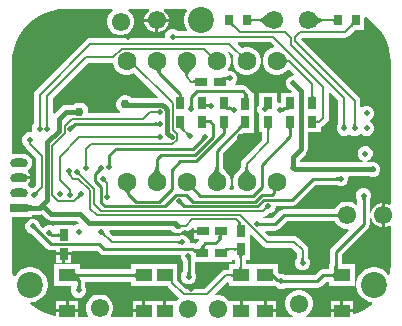
<source format=gtl>
G04*
G04 #@! TF.GenerationSoftware,Altium Limited,Altium Designer,23.10.1 (27)*
G04*
G04 Layer_Physical_Order=1*
G04 Layer_Color=255*
%FSLAX25Y25*%
%MOIN*%
G70*
G04*
G04 #@! TF.SameCoordinates,05B082E4-6B6C-4FD1-8055-B93BD63D6B00*
G04*
G04*
G04 #@! TF.FilePolarity,Positive*
G04*
G01*
G75*
%ADD10C,0.01000*%
%ADD16R,0.05512X0.04331*%
%ADD17R,0.04000X0.03000*%
%ADD18R,0.02756X0.03347*%
%ADD19R,0.03000X0.04000*%
%ADD29C,0.01500*%
%ADD30C,0.00800*%
%ADD31C,0.06299*%
%ADD32C,0.06102*%
%ADD33O,0.06000X0.03000*%
%ADD34R,0.06000X0.03000*%
%ADD35C,0.08661*%
%ADD36C,0.02000*%
%ADD37C,0.03000*%
G36*
X60104Y-2285D02*
X59794Y-2750D01*
X59354Y-3811D01*
X59130Y-4938D01*
Y-6086D01*
X59354Y-7213D01*
X59794Y-8274D01*
X60026Y-8622D01*
X59790Y-9063D01*
X56998D01*
X56816Y-8881D01*
X55897Y-8500D01*
X54903D01*
X53984Y-8881D01*
X53281Y-9584D01*
X52900Y-10503D01*
Y-11463D01*
X27900D01*
X27159Y-11610D01*
X26530Y-12030D01*
X9614Y-28946D01*
X9194Y-29575D01*
X9047Y-30316D01*
Y-40086D01*
X8865Y-40268D01*
X8484Y-41187D01*
Y-42181D01*
X8632Y-42539D01*
X8249Y-42922D01*
X8197Y-42900D01*
X7203D01*
X6284Y-43281D01*
X5581Y-43984D01*
X5200Y-44903D01*
Y-45897D01*
X5581Y-46816D01*
X5943Y-47178D01*
X6016Y-47547D01*
X6436Y-48175D01*
X9963Y-51702D01*
Y-60398D01*
X9060Y-61300D01*
X8803D01*
X8154Y-61569D01*
X8121Y-61487D01*
X7640Y-60860D01*
X7165Y-60496D01*
X7114Y-59928D01*
X7302Y-59802D01*
X7855Y-58975D01*
X7949Y-58500D01*
X4000D01*
Y-57500D01*
X7949D01*
X7855Y-57025D01*
X7302Y-56198D01*
X7114Y-56072D01*
X7165Y-55504D01*
X7640Y-55140D01*
X8121Y-54513D01*
X8423Y-53783D01*
X8526Y-53000D01*
X8423Y-52217D01*
X8121Y-51487D01*
X7640Y-50860D01*
X7013Y-50380D01*
X6283Y-50077D01*
X5500Y-49974D01*
X2500D01*
X2124Y-50024D01*
X1748Y-49694D01*
Y-19340D01*
X1879Y-17346D01*
X2336Y-15047D01*
X3090Y-12827D01*
X4127Y-10724D01*
X5429Y-8775D01*
X6975Y-7012D01*
X8738Y-5466D01*
X10687Y-4164D01*
X12790Y-3127D01*
X15010Y-2373D01*
X17309Y-1916D01*
X19303Y-1785D01*
X35232D01*
X35362Y-2268D01*
X35206Y-2358D01*
X34358Y-3206D01*
X33759Y-4243D01*
X33449Y-5401D01*
Y-6599D01*
X33759Y-7757D01*
X34358Y-8794D01*
X35206Y-9642D01*
X36243Y-10241D01*
X37401Y-10551D01*
X38599D01*
X39757Y-10241D01*
X40795Y-9642D01*
X41642Y-8794D01*
X42241Y-7757D01*
X42551Y-6599D01*
Y-5401D01*
X42241Y-4243D01*
X41642Y-3206D01*
X40795Y-2358D01*
X40638Y-2268D01*
X40768Y-1785D01*
X47386D01*
X47472Y-2108D01*
X47486Y-2285D01*
X46758Y-3012D01*
X46225Y-3936D01*
X45949Y-4967D01*
Y-5000D01*
X50000D01*
X54051D01*
Y-4967D01*
X53775Y-3936D01*
X53242Y-3012D01*
X52514Y-2285D01*
X52528Y-2108D01*
X52614Y-1785D01*
X59837D01*
X60104Y-2285D01*
D02*
G37*
G36*
X109146Y-6300D02*
X109138Y-6224D01*
X109114Y-6156D01*
X109073Y-6096D01*
X109016Y-6044D01*
X108943Y-6000D01*
X108854Y-5964D01*
X108748Y-5936D01*
X108626Y-5916D01*
X108488Y-5904D01*
X108334Y-5900D01*
Y-5100D01*
X108488Y-5096D01*
X108626Y-5084D01*
X108748Y-5064D01*
X108854Y-5036D01*
X108943Y-5000D01*
X109016Y-4956D01*
X109073Y-4904D01*
X109114Y-4844D01*
X109138Y-4776D01*
X109146Y-4700D01*
Y-6300D01*
D02*
G37*
G36*
X81362Y-4776D02*
X81386Y-4844D01*
X81427Y-4904D01*
X81484Y-4956D01*
X81557Y-5000D01*
X81646Y-5036D01*
X81752Y-5064D01*
X81874Y-5084D01*
X82012Y-5096D01*
X82166Y-5100D01*
Y-5900D01*
X82012Y-5904D01*
X81874Y-5916D01*
X81752Y-5936D01*
X81646Y-5964D01*
X81557Y-6000D01*
X81484Y-6044D01*
X81427Y-6096D01*
X81386Y-6156D01*
X81362Y-6224D01*
X81354Y-6300D01*
Y-4700D01*
X81362Y-4776D01*
D02*
G37*
G36*
X116171Y-7161D02*
X116109Y-7116D01*
X116035Y-7093D01*
X115950D01*
X115854Y-7116D01*
X115747Y-7161D01*
X115628Y-7229D01*
X115498Y-7320D01*
X115356Y-7433D01*
X115040Y-7727D01*
X114474Y-7161D01*
X114632Y-6997D01*
X114881Y-6703D01*
X114972Y-6573D01*
X115040Y-6454D01*
X115085Y-6347D01*
X115107Y-6250D01*
Y-6166D01*
X115085Y-6092D01*
X115040Y-6030D01*
X116171Y-7161D01*
D02*
G37*
G36*
X103012Y-3694D02*
X103924Y-4475D01*
X104199Y-4666D01*
X104459Y-4822D01*
X104705Y-4944D01*
X104936Y-5031D01*
X105153Y-5083D01*
X105356Y-5100D01*
Y-5900D01*
X105153Y-5917D01*
X104936Y-5969D01*
X104705Y-6056D01*
X104459Y-6178D01*
X104199Y-6334D01*
X103924Y-6525D01*
X103635Y-6751D01*
X103012Y-7306D01*
X102679Y-7636D01*
Y-3364D01*
X103012Y-3694D01*
D02*
G37*
G36*
X86821Y-7636D02*
X86488Y-7306D01*
X85576Y-6525D01*
X85301Y-6334D01*
X85041Y-6178D01*
X84795Y-6056D01*
X84563Y-5969D01*
X84347Y-5917D01*
X84144Y-5900D01*
Y-5100D01*
X84347Y-5083D01*
X84563Y-5031D01*
X84795Y-4944D01*
X85041Y-4822D01*
X85301Y-4666D01*
X85576Y-4475D01*
X85865Y-4250D01*
X86488Y-3694D01*
X86821Y-3364D01*
Y-7636D01*
D02*
G37*
G36*
X75404Y-6091D02*
X75383Y-6164D01*
X75384Y-6248D01*
X75408Y-6344D01*
X75454Y-6451D01*
X75524Y-6570D01*
X75615Y-6701D01*
X75730Y-6842D01*
X76026Y-7161D01*
X75460Y-7727D01*
X75295Y-7567D01*
X75000Y-7316D01*
X74869Y-7224D01*
X74750Y-7155D01*
X74643Y-7109D01*
X74547Y-7085D01*
X74463Y-7084D01*
X74390Y-7105D01*
X74329Y-7149D01*
X75448Y-6030D01*
X75404Y-6091D01*
D02*
G37*
G36*
X93006Y-18126D02*
X93079Y-18248D01*
X93164Y-18355D01*
X93261Y-18448D01*
X93371Y-18527D01*
X93493Y-18591D01*
X93628Y-18641D01*
X93774Y-18677D01*
X93934Y-18698D01*
X94105Y-18705D01*
Y-19505D01*
X93934Y-19512D01*
X93774Y-19534D01*
X93628Y-19570D01*
X93493Y-19620D01*
X93371Y-19684D01*
X93261Y-19763D01*
X93164Y-19856D01*
X93079Y-19963D01*
X93006Y-20085D01*
X92946Y-20221D01*
Y-17990D01*
X93006Y-18126D01*
D02*
G37*
G36*
X51509Y-21881D02*
X51442Y-21948D01*
X51383Y-22029D01*
X51332Y-22124D01*
X51289Y-22233D01*
X51253Y-22356D01*
X51226Y-22494D01*
X51206Y-22645D01*
X51195Y-22811D01*
X51191Y-22991D01*
X50191D01*
X50186Y-22856D01*
X50172Y-22734D01*
X50150Y-22626D01*
X50118Y-22531D01*
X50077Y-22450D01*
X50026Y-22382D01*
X49967Y-22327D01*
X49898Y-22286D01*
X49821Y-22258D01*
X49734Y-22244D01*
X51583Y-21828D01*
X51509Y-21881D01*
D02*
G37*
G36*
X89160Y-13999D02*
X89011Y-14557D01*
X88205Y-14773D01*
X87145Y-15385D01*
X86279Y-16251D01*
X85667Y-17311D01*
X85350Y-18494D01*
Y-19718D01*
X85667Y-20900D01*
X86279Y-21961D01*
X87145Y-22826D01*
X88205Y-23438D01*
X89388Y-23755D01*
X90612D01*
X91795Y-23438D01*
X92855Y-22826D01*
X93721Y-21961D01*
X94163Y-21902D01*
X95760Y-23500D01*
X95553Y-24000D01*
X95003D01*
X94084Y-24381D01*
X93381Y-25084D01*
X93000Y-26003D01*
Y-26997D01*
X93381Y-27916D01*
X94084Y-28619D01*
X94581Y-28825D01*
X94995Y-29240D01*
X94804Y-29702D01*
X91567D01*
Y-33013D01*
X91437Y-33100D01*
X90703D01*
X90649Y-33122D01*
X90233Y-32844D01*
Y-29702D01*
X84233D01*
Y-33478D01*
X84127Y-33637D01*
X83981Y-33784D01*
X83901Y-33975D01*
X83849Y-34053D01*
X83831Y-34145D01*
X83600Y-34703D01*
Y-35697D01*
X83981Y-36616D01*
X84233Y-36869D01*
Y-42898D01*
X85296D01*
Y-45364D01*
X78630Y-52030D01*
X78210Y-52659D01*
X78063Y-53400D01*
Y-54465D01*
X78035Y-54539D01*
X77970Y-54668D01*
X77866Y-54841D01*
X77740Y-55021D01*
X77013Y-55867D01*
X76709Y-56174D01*
X76629Y-56296D01*
X76279Y-56645D01*
X75667Y-57705D01*
X75350Y-58888D01*
Y-60112D01*
X75667Y-61294D01*
X75802Y-61528D01*
X75552Y-61961D01*
X74448D01*
X74198Y-61528D01*
X74333Y-61294D01*
X74650Y-60112D01*
Y-58888D01*
X74333Y-57705D01*
X73721Y-56645D01*
X73372Y-56297D01*
X73293Y-56177D01*
X73001Y-55880D01*
X72521Y-55334D01*
X72360Y-55122D01*
X72228Y-54923D01*
X72133Y-54757D01*
X72073Y-54627D01*
X72043Y-54540D01*
X72039Y-54524D01*
Y-49845D01*
X78885Y-42998D01*
X82600D01*
Y-36802D01*
Y-29802D01*
X81730D01*
X81671Y-29507D01*
X81229Y-28845D01*
X80142Y-27758D01*
X79480Y-27316D01*
X78700Y-27161D01*
X76382D01*
X76175Y-26661D01*
X76519Y-26316D01*
X76900Y-25397D01*
Y-24403D01*
X76519Y-23484D01*
X75816Y-22781D01*
X74897Y-22400D01*
X73988D01*
X73811Y-22149D01*
X73734Y-21938D01*
X74333Y-20900D01*
X74650Y-19718D01*
Y-18494D01*
X74333Y-17311D01*
X73721Y-16251D01*
X74090Y-15935D01*
X75625Y-17470D01*
X75350Y-18494D01*
Y-19718D01*
X75667Y-20900D01*
X76279Y-21961D01*
X77145Y-22826D01*
X78205Y-23438D01*
X79388Y-23755D01*
X80612D01*
X81795Y-23438D01*
X82855Y-22826D01*
X83721Y-21961D01*
X84333Y-20900D01*
X84650Y-19718D01*
Y-18494D01*
X84333Y-17311D01*
X83721Y-16251D01*
X82855Y-15385D01*
X81795Y-14773D01*
X80612Y-14456D01*
X79388D01*
X78364Y-14730D01*
X77033Y-13399D01*
X77225Y-12937D01*
X88098D01*
X89160Y-13999D01*
D02*
G37*
G36*
X61862Y-21701D02*
X61050Y-22646D01*
X60851Y-22930D01*
X60689Y-23199D01*
X60562Y-23452D01*
X60472Y-23690D01*
X60418Y-23912D01*
X60400Y-24119D01*
X59600D01*
X59582Y-23912D01*
X59528Y-23690D01*
X59438Y-23452D01*
X59311Y-23199D01*
X59149Y-22930D01*
X58950Y-22646D01*
X58716Y-22346D01*
X58138Y-21701D01*
X57795Y-21355D01*
X62205D01*
X61862Y-21701D01*
D02*
G37*
G36*
X73686Y-24501D02*
X73886Y-24500D01*
Y-25300D01*
X73733Y-25304D01*
X73686Y-25308D01*
Y-25600D01*
X73625Y-25543D01*
X73560Y-25492D01*
X73490Y-25447D01*
X73416Y-25408D01*
X73340Y-25376D01*
X73279Y-25400D01*
X73206Y-25444D01*
X73149Y-25496D01*
X73108Y-25556D01*
X73083Y-25624D01*
X73074Y-25700D01*
X73078Y-25312D01*
X73078Y-25312D01*
X72983Y-25303D01*
X72883Y-25300D01*
Y-24500D01*
X72983Y-24497D01*
X73078Y-24488D01*
X73169Y-24473D01*
X73256Y-24452D01*
X73338Y-24425D01*
X73416Y-24392D01*
X73490Y-24353D01*
X73560Y-24308D01*
X73625Y-24257D01*
X73686Y-24200D01*
Y-24501D01*
D02*
G37*
G36*
X62926Y-26800D02*
X62917Y-26724D01*
X62893Y-26656D01*
X62853Y-26596D01*
X62796Y-26544D01*
X62723Y-26500D01*
X62633Y-26464D01*
X62528Y-26436D01*
X62406Y-26416D01*
X62268Y-26404D01*
X62114Y-26400D01*
Y-25600D01*
X62268Y-25596D01*
X62406Y-25584D01*
X62528Y-25564D01*
X62633Y-25536D01*
X62723Y-25500D01*
X62796Y-25456D01*
X62853Y-25404D01*
X62893Y-25344D01*
X62917Y-25276D01*
X62926Y-25200D01*
Y-26800D01*
D02*
G37*
G36*
X102304Y-30568D02*
X102316Y-30706D01*
X102336Y-30828D01*
X102364Y-30933D01*
X102400Y-31023D01*
X102444Y-31096D01*
X102496Y-31152D01*
X102556Y-31193D01*
X102624Y-31218D01*
X102700Y-31226D01*
X101100D01*
X101176Y-31218D01*
X101244Y-31193D01*
X101304Y-31152D01*
X101356Y-31096D01*
X101400Y-31023D01*
X101436Y-30933D01*
X101464Y-30828D01*
X101484Y-30706D01*
X101496Y-30568D01*
X101500Y-30414D01*
X102300D01*
X102304Y-30568D01*
D02*
G37*
G36*
X58405Y-30406D02*
X58420Y-30578D01*
X58445Y-30730D01*
X58480Y-30861D01*
X58525Y-30973D01*
X58580Y-31064D01*
X58645Y-31135D01*
X58720Y-31185D01*
X58805Y-31215D01*
X58900Y-31226D01*
X56900D01*
X56995Y-31215D01*
X57080Y-31185D01*
X57155Y-31135D01*
X57220Y-31064D01*
X57275Y-30973D01*
X57320Y-30861D01*
X57355Y-30730D01*
X57380Y-30578D01*
X57395Y-30406D01*
X57400Y-30214D01*
X58400D01*
X58405Y-30406D01*
D02*
G37*
G36*
X80292Y-30506D02*
X80307Y-30678D01*
X80332Y-30830D01*
X80367Y-30961D01*
X80412Y-31073D01*
X80467Y-31164D01*
X80532Y-31234D01*
X80607Y-31285D01*
X80692Y-31315D01*
X80787Y-31326D01*
X78787D01*
X78882Y-31315D01*
X78967Y-31285D01*
X79042Y-31234D01*
X79107Y-31164D01*
X79162Y-31073D01*
X79207Y-30961D01*
X79242Y-30830D01*
X79267Y-30678D01*
X79282Y-30506D01*
X79287Y-30314D01*
X80287D01*
X80292Y-30506D01*
D02*
G37*
G36*
X35667Y-20900D02*
X36279Y-21961D01*
X37145Y-22826D01*
X38205Y-23438D01*
X39388Y-23755D01*
X40612D01*
X41795Y-23438D01*
X42495Y-23034D01*
X50454Y-30994D01*
X50263Y-31456D01*
X41699D01*
X41342Y-31099D01*
X40658Y-30704D01*
X39895Y-30500D01*
X39105D01*
X38342Y-30704D01*
X37658Y-31099D01*
X37099Y-31658D01*
X36704Y-32342D01*
X36500Y-33105D01*
Y-33895D01*
X36704Y-34658D01*
X37099Y-35342D01*
X37658Y-35901D01*
X37881Y-36029D01*
X37747Y-36529D01*
X27356D01*
X27253Y-36395D01*
Y-35605D01*
X27049Y-34842D01*
X26654Y-34158D01*
X26095Y-33599D01*
X25411Y-33204D01*
X24648Y-33000D01*
X23858D01*
X23095Y-33204D01*
X22411Y-33599D01*
X22304Y-33706D01*
X19900D01*
X19022Y-33880D01*
X18278Y-34378D01*
X15980Y-36676D01*
X15480Y-36468D01*
Y-31421D01*
X27159Y-19743D01*
X35357D01*
X35667Y-20900D01*
D02*
G37*
G36*
X62002Y-33791D02*
X62020Y-33983D01*
X62036Y-34068D01*
X62056Y-34145D01*
X62081Y-34215D01*
X62110Y-34277D01*
X62144Y-34332D01*
X62182Y-34380D01*
X62225Y-34419D01*
X60832Y-34559D01*
X60864Y-34516D01*
X60892Y-34465D01*
X60918Y-34407D01*
X60940Y-34341D01*
X60958Y-34269D01*
X60973Y-34189D01*
X60985Y-34103D01*
X60998Y-33908D01*
X61000Y-33800D01*
X62000Y-33683D01*
X62002Y-33791D01*
D02*
G37*
G36*
X66731Y-32997D02*
X66761Y-33082D01*
X66811Y-33157D01*
X66881Y-33222D01*
X66971Y-33277D01*
X67081Y-33322D01*
X67211Y-33357D01*
X67361Y-33382D01*
X67418Y-33387D01*
X67637Y-33372D01*
X67697Y-33361D01*
X67749Y-33349D01*
X67792Y-33334D01*
X67827Y-33319D01*
X67721Y-33658D01*
Y-34402D01*
X67531Y-34407D01*
X67486Y-34411D01*
X67409Y-34655D01*
X67379Y-34607D01*
X67340Y-34564D01*
X67293Y-34526D01*
X67237Y-34493D01*
X67172Y-34465D01*
X67159Y-34461D01*
X67081Y-34482D01*
X66971Y-34527D01*
X66881Y-34582D01*
X66811Y-34647D01*
X66761Y-34722D01*
X66731Y-34807D01*
X66721Y-34902D01*
Y-34402D01*
X66720Y-34402D01*
X66721Y-34400D01*
Y-32902D01*
X66731Y-32997D01*
D02*
G37*
G36*
X92581Y-35468D02*
X92128Y-35973D01*
X91592Y-34680D01*
X91644Y-34697D01*
X91699Y-34703D01*
X91757Y-34699D01*
X91818Y-34686D01*
X91882Y-34662D01*
X91948Y-34628D01*
X92018Y-34584D01*
X92090Y-34529D01*
X92165Y-34465D01*
X92243Y-34391D01*
X92581Y-35468D01*
D02*
G37*
G36*
X74060Y-34140D02*
X74078Y-34153D01*
X74107Y-34164D01*
X74147Y-34174D01*
X74199Y-34183D01*
X74262Y-34189D01*
X74521Y-34201D01*
X74631Y-34202D01*
Y-35202D01*
X74055Y-35190D01*
Y-34125D01*
X74060Y-34140D01*
D02*
G37*
G36*
X66731Y-38402D02*
X66758Y-38475D01*
X66805Y-38539D01*
X66869Y-38594D01*
X66953Y-38641D01*
X67055Y-38679D01*
X67175Y-38709D01*
X67314Y-38730D01*
X67472Y-38743D01*
X67647Y-38748D01*
Y-39748D01*
X67472Y-39752D01*
X67314Y-39765D01*
X67175Y-39786D01*
X67055Y-39816D01*
X66953Y-39854D01*
X66869Y-39901D01*
X66805Y-39956D01*
X66758Y-40020D01*
X66731Y-40093D01*
X66721Y-40174D01*
Y-38321D01*
X66731Y-38402D01*
D02*
G37*
G36*
X103384Y-38674D02*
X103409Y-38742D01*
X103449Y-38802D01*
X103506Y-38854D01*
X103579Y-38898D01*
X103668Y-38934D01*
X103774Y-38962D01*
X103896Y-38982D01*
X104034Y-38994D01*
X104188Y-38998D01*
Y-39798D01*
X104034Y-39802D01*
X103896Y-39814D01*
X103774Y-39834D01*
X103668Y-39862D01*
X103579Y-39898D01*
X103506Y-39942D01*
X103449Y-39994D01*
X103409Y-40054D01*
X103384Y-40122D01*
X103376Y-40198D01*
Y-38598D01*
X103384Y-38674D01*
D02*
G37*
G36*
X50286Y-40700D02*
X50243Y-40662D01*
X50193Y-40628D01*
X50136Y-40598D01*
X50072Y-40572D01*
X50000Y-40550D01*
X49921Y-40532D01*
X49835Y-40518D01*
X49742Y-40508D01*
X49534Y-40500D01*
Y-39500D01*
X49642Y-39498D01*
X49835Y-39482D01*
X49921Y-39468D01*
X50000Y-39450D01*
X50072Y-39428D01*
X50136Y-39402D01*
X50193Y-39372D01*
X50243Y-39338D01*
X50286Y-39300D01*
Y-40700D01*
D02*
G37*
G36*
X116403Y-40083D02*
X116412Y-40178D01*
X116427Y-40269D01*
X116448Y-40356D01*
X116475Y-40438D01*
X116508Y-40516D01*
X116547Y-40590D01*
X116592Y-40660D01*
X116643Y-40725D01*
X116700Y-40786D01*
X115300D01*
X115357Y-40725D01*
X115408Y-40660D01*
X115453Y-40590D01*
X115492Y-40516D01*
X115525Y-40438D01*
X115552Y-40356D01*
X115573Y-40269D01*
X115588Y-40178D01*
X115597Y-40083D01*
X115600Y-39983D01*
X116400D01*
X116403Y-40083D01*
D02*
G37*
G36*
X112903D02*
X112912Y-40178D01*
X112927Y-40269D01*
X112948Y-40356D01*
X112975Y-40438D01*
X113008Y-40516D01*
X113047Y-40590D01*
X113092Y-40660D01*
X113143Y-40725D01*
X113200Y-40786D01*
X111800D01*
X111857Y-40725D01*
X111908Y-40660D01*
X111953Y-40590D01*
X111992Y-40516D01*
X112025Y-40438D01*
X112052Y-40356D01*
X112073Y-40269D01*
X112088Y-40178D01*
X112097Y-40083D01*
X112100Y-39983D01*
X112900D01*
X112903Y-40083D01*
D02*
G37*
G36*
X22610Y-41037D02*
X22535Y-41114D01*
X22410Y-41263D01*
X22359Y-41333D01*
X22316Y-41402D01*
X22281Y-41468D01*
X22254Y-41532D01*
X22235Y-41594D01*
X22223Y-41653D01*
X22220Y-41710D01*
X21230Y-40720D01*
X21287Y-40717D01*
X21347Y-40705D01*
X21408Y-40686D01*
X21472Y-40659D01*
X21538Y-40624D01*
X21607Y-40581D01*
X21677Y-40530D01*
X21750Y-40471D01*
X21903Y-40330D01*
X22610Y-41037D01*
D02*
G37*
G36*
X87957Y-41383D02*
X87889Y-41407D01*
X87829Y-41447D01*
X87777Y-41504D01*
X87733Y-41577D01*
X87697Y-41667D01*
X87669Y-41772D01*
X87649Y-41894D01*
X87637Y-42032D01*
X87633Y-42186D01*
X86833D01*
X86829Y-42032D01*
X86817Y-41894D01*
X86797Y-41772D01*
X86769Y-41667D01*
X86733Y-41577D01*
X86689Y-41504D01*
X86637Y-41447D01*
X86577Y-41407D01*
X86509Y-41383D01*
X86433Y-41374D01*
X88033D01*
X87957Y-41383D01*
D02*
G37*
G36*
X59388Y-41386D02*
X59292Y-41392D01*
X59218Y-41409D01*
X59166Y-41437D01*
X59136Y-41477D01*
X59127Y-41528D01*
X59141Y-41590D01*
X59178Y-41664D01*
X59236Y-41748D01*
X59316Y-41845D01*
X59418Y-41952D01*
X58569Y-42235D01*
X58401Y-42072D01*
X58082Y-41797D01*
X57931Y-41686D01*
X57787Y-41591D01*
X57648Y-41513D01*
X57516Y-41453D01*
X57390Y-41410D01*
X57269Y-41384D01*
X57155Y-41374D01*
X59388Y-41386D01*
D02*
G37*
G36*
X95472Y-41385D02*
X95387Y-41415D01*
X95312Y-41465D01*
X95247Y-41536D01*
X95192Y-41627D01*
X95147Y-41739D01*
X95112Y-41870D01*
X95087Y-42022D01*
X95072Y-42194D01*
X95067Y-42386D01*
X94067D01*
X94062Y-42194D01*
X94047Y-42022D01*
X94022Y-41870D01*
X93987Y-41739D01*
X93942Y-41627D01*
X93887Y-41536D01*
X93822Y-41465D01*
X93747Y-41415D01*
X93662Y-41385D01*
X93567Y-41374D01*
X95567D01*
X95472Y-41385D01*
D02*
G37*
G36*
X73472D02*
X73387Y-41415D01*
X73312Y-41465D01*
X73247Y-41536D01*
X73192Y-41627D01*
X73147Y-41739D01*
X73112Y-41870D01*
X73087Y-42022D01*
X73072Y-42194D01*
X73067Y-42386D01*
X72067D01*
X72062Y-42194D01*
X72047Y-42022D01*
X72022Y-41870D01*
X71987Y-41739D01*
X71942Y-41627D01*
X71887Y-41536D01*
X71822Y-41465D01*
X71747Y-41415D01*
X71662Y-41385D01*
X71567Y-41374D01*
X73567D01*
X73472Y-41385D01*
D02*
G37*
G36*
X121111Y-5466D02*
X122874Y-7012D01*
X124420Y-8775D01*
X125722Y-10724D01*
X126759Y-12827D01*
X127513Y-15047D01*
X127970Y-17346D01*
X128105Y-19402D01*
X128101Y-19422D01*
Y-66746D01*
X127601Y-67035D01*
X127064Y-66725D01*
X126033Y-66449D01*
X126000D01*
Y-70500D01*
Y-74551D01*
X126033D01*
X127064Y-74275D01*
X127601Y-73965D01*
X128101Y-74254D01*
Y-86961D01*
X127970Y-88954D01*
X127710Y-90260D01*
X127220Y-90358D01*
X126970Y-89984D01*
X126158Y-89172D01*
X125203Y-88534D01*
X124142Y-88094D01*
X123015Y-87870D01*
X121867D01*
X120740Y-88094D01*
X119679Y-88534D01*
X118724Y-89172D01*
X117912Y-89984D01*
X117274Y-90939D01*
X116834Y-92000D01*
X116610Y-93126D01*
Y-94275D01*
X116834Y-95402D01*
X117274Y-96463D01*
X117912Y-97418D01*
X118724Y-98230D01*
X119679Y-98868D01*
X120740Y-99307D01*
X121844Y-99527D01*
X121945Y-99685D01*
X122063Y-99999D01*
X121111Y-100835D01*
X119162Y-102137D01*
X117059Y-103174D01*
X115957Y-103548D01*
X115551Y-103257D01*
Y-102905D01*
X111795D01*
X108039D01*
Y-104516D01*
X99781D01*
X99647Y-104016D01*
X100294Y-103642D01*
X101142Y-102795D01*
X101741Y-101757D01*
X102051Y-100599D01*
Y-99401D01*
X101741Y-98243D01*
X101142Y-97206D01*
X100294Y-96358D01*
X99257Y-95759D01*
X98099Y-95449D01*
X96901D01*
X95743Y-95759D01*
X94705Y-96358D01*
X93858Y-97206D01*
X93259Y-98243D01*
X92949Y-99401D01*
Y-100599D01*
X93259Y-101757D01*
X93858Y-102795D01*
X94705Y-103642D01*
X95353Y-104016D01*
X95219Y-104516D01*
X89961D01*
Y-102905D01*
X86205D01*
Y-102406D01*
X85705D01*
Y-99240D01*
X82449D01*
Y-99240D01*
X82051D01*
Y-99240D01*
X78795D01*
Y-102406D01*
X77795D01*
Y-99240D01*
X74539D01*
X74138Y-99002D01*
X73295Y-98158D01*
X72257Y-97559D01*
X71099Y-97249D01*
X69901D01*
X69864Y-97259D01*
X69614Y-96826D01*
X73539Y-92901D01*
X74039Y-93108D01*
Y-94260D01*
X89724D01*
X90182Y-94718D01*
X91101Y-95098D01*
X92096D01*
X93015Y-94718D01*
X93095Y-94638D01*
X103596D01*
X104377Y-94482D01*
X105038Y-94040D01*
X106445Y-92634D01*
X107539D01*
Y-94260D01*
X116051D01*
Y-86929D01*
X111834D01*
Y-83550D01*
X120442Y-74942D01*
X120884Y-74280D01*
X121039Y-73500D01*
X121039Y-73500D01*
Y-71436D01*
X121539Y-71371D01*
X121725Y-72064D01*
X122258Y-72988D01*
X123012Y-73742D01*
X123936Y-74275D01*
X124967Y-74551D01*
X125000D01*
Y-70500D01*
Y-66449D01*
X124967D01*
X123936Y-66725D01*
X123012Y-67258D01*
X122258Y-68012D01*
X121725Y-68936D01*
X121539Y-69629D01*
X121039Y-69564D01*
Y-65496D01*
X121119Y-65416D01*
X121500Y-64497D01*
Y-63503D01*
X121119Y-62584D01*
X120416Y-61881D01*
X119497Y-61500D01*
X118503D01*
X117584Y-61881D01*
X116881Y-62584D01*
X116500Y-63503D01*
Y-64497D01*
X116881Y-65416D01*
X116961Y-65496D01*
Y-66871D01*
X116499Y-67062D01*
X116295Y-66858D01*
X115257Y-66259D01*
X114099Y-65949D01*
X112901D01*
X111743Y-66259D01*
X110705Y-66858D01*
X109858Y-67706D01*
X109422Y-68461D01*
X92500D01*
X91720Y-68616D01*
X91058Y-69058D01*
X88555Y-71561D01*
X85481D01*
X85404Y-71469D01*
X85516Y-71126D01*
X85626Y-70958D01*
X86309Y-70822D01*
X86938Y-70402D01*
X87540Y-69800D01*
X87797D01*
X88716Y-69419D01*
X89419Y-68716D01*
X89800Y-67797D01*
Y-67339D01*
X95200D01*
X95980Y-67184D01*
X96642Y-66742D01*
X102943Y-60441D01*
X109905D01*
X109985Y-60521D01*
X110904Y-60902D01*
X111899D01*
X112818Y-60521D01*
X113521Y-59818D01*
X113902Y-58899D01*
Y-57904D01*
X114173Y-57498D01*
X121104D01*
X121601Y-57704D01*
X122596D01*
X123515Y-57323D01*
X124218Y-56620D01*
X124598Y-55701D01*
Y-54706D01*
X124218Y-53787D01*
X123515Y-53084D01*
X122596Y-52703D01*
X121601D01*
X121104Y-52909D01*
X120316D01*
X120216Y-52409D01*
X120916Y-52119D01*
X121619Y-51416D01*
X122000Y-50497D01*
Y-49503D01*
X121619Y-48584D01*
X120916Y-47881D01*
X119997Y-47500D01*
X119003D01*
X118084Y-47881D01*
X117381Y-48584D01*
X117000Y-49503D01*
Y-50497D01*
X117381Y-51416D01*
X118084Y-52119D01*
X118784Y-52409D01*
X118684Y-52909D01*
X97694D01*
Y-52050D01*
X99722Y-50022D01*
X100220Y-49278D01*
X100394Y-48400D01*
Y-42898D01*
X104900D01*
Y-41197D01*
X104943Y-41188D01*
X105571Y-40768D01*
X106970Y-39370D01*
X107390Y-38741D01*
X107537Y-38000D01*
Y-29826D01*
X107999Y-29634D01*
X110563Y-32198D01*
Y-39902D01*
X110381Y-40084D01*
X110000Y-41003D01*
Y-41997D01*
X110381Y-42916D01*
X111084Y-43619D01*
X112003Y-44000D01*
X112997D01*
X113916Y-43619D01*
X114250Y-43286D01*
X114584Y-43619D01*
X115503Y-44000D01*
X116497D01*
X117416Y-43619D01*
X118000Y-43036D01*
X118584Y-43619D01*
X119503Y-44000D01*
X120497D01*
X121416Y-43619D01*
X122119Y-42916D01*
X122500Y-41997D01*
Y-41003D01*
X122119Y-40084D01*
X121416Y-39381D01*
X121101Y-39250D01*
Y-38750D01*
X121416Y-38619D01*
X122119Y-37916D01*
X122500Y-36997D01*
Y-36003D01*
X122119Y-35084D01*
X121416Y-34381D01*
X120497Y-34000D01*
X119503D01*
X118584Y-34381D01*
X118399Y-34565D01*
X117937Y-34374D01*
Y-32350D01*
X117790Y-31609D01*
X117370Y-30980D01*
X98245Y-11855D01*
X98711Y-11388D01*
X112750D01*
X113491Y-11241D01*
X114119Y-10821D01*
X116256Y-8685D01*
X116268Y-8673D01*
X119283D01*
Y-4775D01*
X119724Y-4540D01*
X121111Y-5466D01*
D02*
G37*
G36*
X60283Y-42813D02*
X60357Y-42874D01*
X60432Y-42928D01*
X60508Y-42974D01*
X60585Y-43013D01*
X60664Y-43045D01*
X60743Y-43070D01*
X60824Y-43087D01*
X60907Y-43097D01*
X60990Y-43100D01*
X60000Y-44090D01*
X59997Y-44007D01*
X59987Y-43924D01*
X59970Y-43843D01*
X59945Y-43764D01*
X59913Y-43685D01*
X59874Y-43608D01*
X59828Y-43532D01*
X59774Y-43457D01*
X59713Y-43383D01*
X59645Y-43310D01*
X60211Y-42745D01*
X60283Y-42813D01*
D02*
G37*
G36*
X65990Y-45500D02*
X65933Y-45503D01*
X65873Y-45515D01*
X65812Y-45534D01*
X65748Y-45561D01*
X65682Y-45596D01*
X65613Y-45639D01*
X65543Y-45690D01*
X65470Y-45749D01*
X65317Y-45890D01*
X64610Y-45183D01*
X64684Y-45106D01*
X64810Y-44957D01*
X64861Y-44887D01*
X64904Y-44818D01*
X64939Y-44752D01*
X64966Y-44688D01*
X64985Y-44627D01*
X64997Y-44567D01*
X65000Y-44510D01*
X65990Y-45500D01*
D02*
G37*
G36*
X34802Y-53241D02*
X34818Y-53435D01*
X34832Y-53521D01*
X34850Y-53600D01*
X34872Y-53671D01*
X34898Y-53736D01*
X34928Y-53793D01*
X34962Y-53843D01*
X35000Y-53886D01*
X33600D01*
X33638Y-53843D01*
X33672Y-53793D01*
X33702Y-53736D01*
X33728Y-53671D01*
X33750Y-53600D01*
X33768Y-53521D01*
X33782Y-53435D01*
X33792Y-53342D01*
X33800Y-53134D01*
X34800D01*
X34802Y-53241D01*
D02*
G37*
G36*
X80418Y-54693D02*
X80472Y-54915D01*
X80562Y-55153D01*
X80689Y-55406D01*
X80851Y-55675D01*
X81050Y-55959D01*
X81284Y-56259D01*
X81862Y-56905D01*
X82205Y-57251D01*
X77795D01*
X78138Y-56905D01*
X78950Y-55959D01*
X79149Y-55675D01*
X79311Y-55406D01*
X79438Y-55153D01*
X79528Y-54915D01*
X79582Y-54693D01*
X79600Y-54486D01*
X80400D01*
X80418Y-54693D01*
D02*
G37*
G36*
X70517Y-54722D02*
X70568Y-54956D01*
X70653Y-55201D01*
X70773Y-55459D01*
X70926Y-55728D01*
X71114Y-56009D01*
X71335Y-56301D01*
X71881Y-56923D01*
X72205Y-57251D01*
X67795D01*
X68119Y-56923D01*
X68665Y-56301D01*
X68886Y-56009D01*
X69074Y-55728D01*
X69227Y-55459D01*
X69347Y-55201D01*
X69432Y-54956D01*
X69483Y-54722D01*
X69500Y-54501D01*
X70500D01*
X70517Y-54722D01*
D02*
G37*
G36*
X21462Y-56732D02*
X21459Y-56750D01*
X21457Y-56778D01*
X21451Y-56993D01*
X21449Y-57262D01*
X20649D01*
X20649Y-57187D01*
X20633Y-56927D01*
X20627Y-56898D01*
X20620Y-56876D01*
X20612Y-56862D01*
X20604Y-56855D01*
X21465Y-56725D01*
X21462Y-56732D01*
D02*
G37*
G36*
X50564Y-54512D02*
X50581Y-54731D01*
X50631Y-54963D01*
X50716Y-55209D01*
X50834Y-55467D01*
X50986Y-55739D01*
X51171Y-56024D01*
X51390Y-56323D01*
X51930Y-56958D01*
X52250Y-57296D01*
X47842Y-57206D01*
X48169Y-56887D01*
X48720Y-56281D01*
X48944Y-55994D01*
X49134Y-55717D01*
X49288Y-55451D01*
X49409Y-55195D01*
X49495Y-54950D01*
X49547Y-54715D01*
X49564Y-54491D01*
X50564Y-54512D01*
D02*
G37*
G36*
X110687Y-59102D02*
X110645Y-59064D01*
X110595Y-59030D01*
X110537Y-59000D01*
X110473Y-58974D01*
X110401Y-58952D01*
X110323Y-58934D01*
X110237Y-58920D01*
X110143Y-58910D01*
X109935Y-58902D01*
Y-57902D01*
X110043Y-57900D01*
X110237Y-57884D01*
X110323Y-57870D01*
X110401Y-57852D01*
X110473Y-57830D01*
X110537Y-57804D01*
X110595Y-57774D01*
X110645Y-57740D01*
X110687Y-57702D01*
Y-59102D01*
D02*
G37*
G36*
X21546Y-62336D02*
X21564Y-62561D01*
X21575Y-62620D01*
X21588Y-62669D01*
X21603Y-62711D01*
X21622Y-62744D01*
X21642Y-62768D01*
X21665Y-62784D01*
X20645Y-62862D01*
X20664Y-62843D01*
X20681Y-62815D01*
X20696Y-62777D01*
X20709Y-62730D01*
X20719Y-62673D01*
X20729Y-62606D01*
X20740Y-62444D01*
X20744Y-62244D01*
X21544D01*
X21546Y-62336D01*
D02*
G37*
G36*
X41476Y-62295D02*
X41384Y-62378D01*
X41303Y-62475D01*
X41232Y-62586D01*
X41173Y-62710D01*
X41124Y-62848D01*
X41086Y-63000D01*
X41059Y-63165D01*
X41043Y-63345D01*
X41038Y-63538D01*
X40038D01*
X40031Y-63379D01*
X40013Y-63235D01*
X39983Y-63105D01*
X39941Y-62990D01*
X39886Y-62888D01*
X39819Y-62802D01*
X39740Y-62729D01*
X39649Y-62671D01*
X39546Y-62627D01*
X39430Y-62598D01*
X41578Y-62226D01*
X41476Y-62295D01*
D02*
G37*
G36*
X10655Y-63011D02*
X10587Y-63083D01*
X10526Y-63157D01*
X10472Y-63232D01*
X10426Y-63308D01*
X10387Y-63385D01*
X10355Y-63464D01*
X10330Y-63543D01*
X10313Y-63624D01*
X10303Y-63707D01*
X10300Y-63790D01*
X9310Y-62800D01*
X9393Y-62797D01*
X9476Y-62787D01*
X9557Y-62770D01*
X9636Y-62745D01*
X9715Y-62713D01*
X9792Y-62674D01*
X9868Y-62628D01*
X9943Y-62574D01*
X10017Y-62513D01*
X10090Y-62445D01*
X10655Y-63011D01*
D02*
G37*
G36*
X24690Y-64600D02*
X24607Y-64603D01*
X24524Y-64613D01*
X24443Y-64630D01*
X24364Y-64655D01*
X24285Y-64687D01*
X24208Y-64726D01*
X24132Y-64772D01*
X24057Y-64826D01*
X23983Y-64887D01*
X23911Y-64955D01*
X23345Y-64389D01*
X23413Y-64317D01*
X23474Y-64243D01*
X23528Y-64168D01*
X23574Y-64092D01*
X23613Y-64015D01*
X23645Y-63936D01*
X23670Y-63857D01*
X23687Y-63776D01*
X23697Y-63693D01*
X23700Y-63610D01*
X24690Y-64600D01*
D02*
G37*
G36*
X119662Y-64757D02*
X119628Y-64807D01*
X119598Y-64864D01*
X119572Y-64929D01*
X119550Y-65000D01*
X119532Y-65079D01*
X119518Y-65165D01*
X119508Y-65258D01*
X119500Y-65466D01*
X118500D01*
X118498Y-65359D01*
X118482Y-65165D01*
X118468Y-65079D01*
X118450Y-65000D01*
X118428Y-64929D01*
X118402Y-64864D01*
X118372Y-64807D01*
X118338Y-64757D01*
X118300Y-64714D01*
X119700D01*
X119662Y-64757D01*
D02*
G37*
G36*
X7003Y-66652D02*
X7048Y-66778D01*
X7123Y-66888D01*
X7228Y-66984D01*
X7363Y-67066D01*
X7528Y-67132D01*
X7723Y-67184D01*
X7948Y-67220D01*
X8203Y-67243D01*
X8488Y-67250D01*
Y-68750D01*
X8203Y-68757D01*
X7948Y-68779D01*
X7723Y-68816D01*
X7528Y-68868D01*
X7363Y-68935D01*
X7228Y-69016D01*
X7123Y-69112D01*
X7048Y-69222D01*
X7003Y-69348D01*
X6988Y-69488D01*
Y-66512D01*
X7003Y-66652D01*
D02*
G37*
G36*
X13328Y-71772D02*
X14072Y-72269D01*
X14950Y-72444D01*
X23500D01*
X24056Y-73000D01*
X23849Y-73500D01*
X23503D01*
X22584Y-73881D01*
X22462Y-74002D01*
X22000Y-73811D01*
Y-73700D01*
X16000D01*
Y-73811D01*
X15500Y-74091D01*
X14797Y-73800D01*
X13803D01*
X12884Y-74181D01*
X12274Y-74790D01*
X11300Y-73816D01*
Y-73703D01*
X10919Y-72784D01*
X10216Y-72081D01*
X9297Y-71700D01*
X8303D01*
X7384Y-72081D01*
X6681Y-72784D01*
X6300Y-73703D01*
Y-74697D01*
X6681Y-75616D01*
X7384Y-76319D01*
X8303Y-76700D01*
X8416D01*
X13358Y-81642D01*
X14020Y-82084D01*
X14800Y-82239D01*
X16500D01*
Y-82798D01*
X19000D01*
X21500D01*
Y-82693D01*
X21904Y-82289D01*
X30105D01*
X31058Y-83242D01*
X31720Y-83684D01*
X32500Y-83839D01*
X58000D01*
Y-84497D01*
X58381Y-85416D01*
X58662Y-85697D01*
Y-89504D01*
X58581Y-89584D01*
X58201Y-90503D01*
Y-91497D01*
X58581Y-92416D01*
X59285Y-93119D01*
X60203Y-93500D01*
X61198D01*
X62117Y-93119D01*
X62820Y-92416D01*
X63201Y-91497D01*
Y-90503D01*
X62820Y-89584D01*
X62740Y-89504D01*
Y-86100D01*
X74998D01*
Y-85898D01*
X75000Y-85398D01*
X76063D01*
Y-86929D01*
X74039D01*
Y-88657D01*
X73106D01*
X72364Y-88805D01*
X71736Y-89225D01*
X65998Y-94963D01*
X59813D01*
X56961Y-92111D01*
Y-86929D01*
X41539D01*
Y-88555D01*
X24461D01*
Y-86929D01*
X15949D01*
Y-94260D01*
X21358D01*
X21635Y-94676D01*
X21500Y-95003D01*
Y-95997D01*
X21881Y-96916D01*
X22584Y-97619D01*
X23503Y-98000D01*
X24497D01*
X25416Y-97619D01*
X26119Y-96916D01*
X26500Y-95997D01*
Y-95003D01*
X26119Y-94084D01*
X26039Y-94004D01*
Y-92634D01*
X41539D01*
Y-94260D01*
X53651D01*
X53691Y-94320D01*
X57617Y-98246D01*
X56958Y-98905D01*
X56882Y-99037D01*
X56461Y-99240D01*
Y-99240D01*
X56461Y-99240D01*
X53205D01*
Y-102406D01*
X52205D01*
Y-99240D01*
X46295D01*
Y-102406D01*
X45795D01*
Y-102905D01*
X42039D01*
Y-104516D01*
X35092D01*
X34803Y-104016D01*
X35241Y-103257D01*
X35551Y-102099D01*
Y-100901D01*
X35241Y-99743D01*
X34642Y-98706D01*
X33795Y-97858D01*
X32757Y-97259D01*
X31599Y-96949D01*
X30401D01*
X29243Y-97259D01*
X28205Y-97858D01*
X27358Y-98706D01*
X26759Y-99743D01*
X26449Y-100901D01*
Y-102099D01*
X26759Y-103257D01*
X27197Y-104016D01*
X26908Y-104516D01*
X23961D01*
Y-102905D01*
X20205D01*
X16449D01*
Y-103820D01*
X16063Y-104137D01*
X15010Y-103928D01*
X12790Y-103174D01*
X10687Y-102137D01*
X8738Y-100835D01*
X7822Y-100031D01*
X8010Y-99532D01*
X8448D01*
X9575Y-99307D01*
X10636Y-98868D01*
X11591Y-98230D01*
X12403Y-97418D01*
X13041Y-96463D01*
X13481Y-95402D01*
X13705Y-94275D01*
Y-93126D01*
X13481Y-92000D01*
X13041Y-90939D01*
X12403Y-89984D01*
X11591Y-89172D01*
X10636Y-88534D01*
X9575Y-88094D01*
X8448Y-87870D01*
X7300D01*
X6173Y-88094D01*
X5112Y-88534D01*
X4157Y-89172D01*
X3345Y-89984D01*
X2766Y-90851D01*
X2462Y-90847D01*
X2238Y-90763D01*
X1879Y-88954D01*
X1748Y-86961D01*
Y-71000D01*
X6797D01*
X6825Y-71009D01*
X6907Y-71001D01*
X6988Y-71017D01*
X7075Y-71000D01*
X8500D01*
Y-70294D01*
X11000D01*
X11709Y-70153D01*
X13328Y-71772D01*
D02*
G37*
G36*
X78103Y-73138D02*
X78113Y-73261D01*
X78128Y-73370D01*
X78150Y-73464D01*
X78178Y-73544D01*
X78213Y-73610D01*
X78254Y-73660D01*
X78301Y-73697D01*
X78354Y-73718D01*
X78414Y-73726D01*
X76986D01*
X77046Y-73718D01*
X77099Y-73697D01*
X77146Y-73660D01*
X77187Y-73610D01*
X77222Y-73544D01*
X77250Y-73464D01*
X77272Y-73370D01*
X77288Y-73261D01*
X77297Y-73138D01*
X77300Y-73000D01*
X78100D01*
X78103Y-73138D01*
D02*
G37*
G36*
X84357Y-72938D02*
X84407Y-72972D01*
X84464Y-73002D01*
X84528Y-73028D01*
X84600Y-73050D01*
X84679Y-73068D01*
X84765Y-73082D01*
X84858Y-73092D01*
X85066Y-73100D01*
Y-74100D01*
X84958Y-74102D01*
X84765Y-74118D01*
X84679Y-74132D01*
X84600Y-74150D01*
X84528Y-74172D01*
X84464Y-74198D01*
X84407Y-74228D01*
X84357Y-74262D01*
X84314Y-74300D01*
Y-72900D01*
X84357Y-72938D01*
D02*
G37*
G36*
X9803Y-74267D02*
X9815Y-74326D01*
X9834Y-74388D01*
X9861Y-74452D01*
X9896Y-74518D01*
X9939Y-74587D01*
X9990Y-74657D01*
X10049Y-74730D01*
X10190Y-74883D01*
X9483Y-75590D01*
X9406Y-75516D01*
X9257Y-75390D01*
X9187Y-75339D01*
X9118Y-75296D01*
X9052Y-75261D01*
X8988Y-75234D01*
X8926Y-75215D01*
X8867Y-75203D01*
X8810Y-75200D01*
X9800Y-74210D01*
X9803Y-74267D01*
D02*
G37*
G36*
X62500Y-74693D02*
Y-75400D01*
X65500D01*
Y-76400D01*
X62500D01*
Y-78400D01*
X64063D01*
X64254Y-78862D01*
X63872Y-79244D01*
X63456Y-79867D01*
X63261Y-79935D01*
X62902Y-79997D01*
X62780Y-79916D01*
X62000Y-79761D01*
X61000D01*
Y-79003D01*
X60619Y-78084D01*
X59916Y-77381D01*
X58997Y-77000D01*
X58003D01*
X57084Y-77381D01*
X56902Y-77563D01*
X35802D01*
X34234Y-75994D01*
X34441Y-75494D01*
X54958D01*
X55584Y-76119D01*
X56503Y-76500D01*
X57497D01*
X58416Y-76119D01*
X58598Y-75937D01*
X59800D01*
X60541Y-75790D01*
X61170Y-75370D01*
X62038Y-74502D01*
X62500Y-74693D01*
D02*
G37*
G36*
X32503Y-76093D02*
X32513Y-76176D01*
X32530Y-76257D01*
X32555Y-76336D01*
X32587Y-76415D01*
X32626Y-76492D01*
X32672Y-76568D01*
X32726Y-76643D01*
X32787Y-76717D01*
X32855Y-76789D01*
X32289Y-77355D01*
X32217Y-77287D01*
X32143Y-77226D01*
X32068Y-77172D01*
X31992Y-77126D01*
X31915Y-77087D01*
X31836Y-77055D01*
X31757Y-77030D01*
X31676Y-77013D01*
X31593Y-77003D01*
X31510Y-77000D01*
X32500Y-76010D01*
X32503Y-76093D01*
D02*
G37*
G36*
X17524Y-78200D02*
X17514Y-78105D01*
X17483Y-78020D01*
X17433Y-77945D01*
X17362Y-77880D01*
X17271Y-77825D01*
X17160Y-77780D01*
X17028Y-77745D01*
X16876Y-77720D01*
X16704Y-77705D01*
X16512Y-77700D01*
Y-76700D01*
X16704Y-76695D01*
X16876Y-76680D01*
X17028Y-76655D01*
X17160Y-76620D01*
X17271Y-76575D01*
X17362Y-76520D01*
X17433Y-76455D01*
X17483Y-76380D01*
X17514Y-76295D01*
X17524Y-76200D01*
Y-78200D01*
D02*
G37*
G36*
X71831Y-77385D02*
X71759Y-77413D01*
X71695Y-77460D01*
X71639Y-77526D01*
X71592Y-77611D01*
X71554Y-77714D01*
X71524Y-77836D01*
X71503Y-77976D01*
X71490Y-78136D01*
X71486Y-78314D01*
X70486D01*
X70481Y-78136D01*
X70469Y-77976D01*
X70447Y-77836D01*
X70418Y-77714D01*
X70379Y-77611D01*
X70332Y-77526D01*
X70277Y-77460D01*
X70213Y-77413D01*
X70141Y-77385D01*
X70060Y-77376D01*
X71912D01*
X71831Y-77385D01*
D02*
G37*
G36*
X57786Y-80200D02*
X57725Y-80143D01*
X57660Y-80092D01*
X57590Y-80047D01*
X57516Y-80008D01*
X57438Y-79975D01*
X57356Y-79948D01*
X57269Y-79927D01*
X57178Y-79912D01*
X57083Y-79903D01*
X56984Y-79900D01*
Y-79100D01*
X57083Y-79097D01*
X57178Y-79088D01*
X57269Y-79073D01*
X57356Y-79052D01*
X57438Y-79025D01*
X57516Y-78992D01*
X57590Y-78953D01*
X57660Y-78908D01*
X57725Y-78857D01*
X57786Y-78800D01*
Y-80200D01*
D02*
G37*
G36*
X65819Y-80862D02*
X65831Y-81019D01*
X65853Y-81158D01*
X65882Y-81279D01*
X65921Y-81380D01*
X65968Y-81464D01*
X66023Y-81529D01*
X66087Y-81575D01*
X66159Y-81603D01*
X66240Y-81612D01*
X64388D01*
X64469Y-81603D01*
X64541Y-81575D01*
X64605Y-81529D01*
X64661Y-81464D01*
X64708Y-81380D01*
X64746Y-81279D01*
X64776Y-81158D01*
X64797Y-81019D01*
X64810Y-80862D01*
X64814Y-80686D01*
X65814D01*
X65819Y-80862D01*
D02*
G37*
G36*
X76512Y-82698D02*
X76504Y-82622D01*
X76480Y-82554D01*
X76440Y-82494D01*
X76384Y-82442D01*
X76312Y-82398D01*
X76224Y-82362D01*
X76120Y-82334D01*
X76000Y-82314D01*
X75864Y-82302D01*
X75712Y-82298D01*
Y-81498D01*
X75864Y-81494D01*
X76000Y-81482D01*
X76120Y-81462D01*
X76224Y-81434D01*
X76312Y-81398D01*
X76384Y-81354D01*
X76440Y-81302D01*
X76480Y-81242D01*
X76504Y-81174D01*
X76512Y-81098D01*
Y-82698D01*
D02*
G37*
G36*
X74286Y-82298D02*
X74133Y-82302D01*
X73996Y-82314D01*
X73874Y-82334D01*
X73769Y-82362D01*
X73680Y-82398D01*
X73606Y-82442D01*
X73549Y-82494D01*
X73508Y-82554D01*
X73483Y-82622D01*
X73474Y-82698D01*
X73486Y-81612D01*
X74286Y-81498D01*
Y-82298D01*
D02*
G37*
G36*
X63326Y-83114D02*
X63317Y-83052D01*
X63291Y-82997D01*
X63249Y-82949D01*
X63191Y-82907D01*
X63115Y-82871D01*
X63024Y-82842D01*
X62915Y-82819D01*
X62790Y-82803D01*
X62648Y-82793D01*
X62490Y-82790D01*
Y-81790D01*
X62647Y-81788D01*
X63017Y-81762D01*
X63108Y-81746D01*
X63182Y-81726D01*
X63240Y-81703D01*
X63281Y-81676D01*
X63305Y-81646D01*
X63314Y-81612D01*
X63326Y-83114D01*
D02*
G37*
G36*
X78724Y-83883D02*
X78656Y-83907D01*
X78596Y-83947D01*
X78544Y-84004D01*
X78500Y-84077D01*
X78464Y-84167D01*
X78436Y-84272D01*
X78416Y-84394D01*
X78404Y-84532D01*
X78400Y-84686D01*
X77600D01*
X77596Y-84532D01*
X77584Y-84394D01*
X77564Y-84272D01*
X77536Y-84167D01*
X77500Y-84077D01*
X77456Y-84004D01*
X77404Y-83947D01*
X77344Y-83907D01*
X77276Y-83883D01*
X77200Y-83874D01*
X78800D01*
X78724Y-83883D01*
D02*
G37*
G36*
X61305Y-84601D02*
X61283Y-84650D01*
X61264Y-84707D01*
X61247Y-84771D01*
X61233Y-84843D01*
X61212Y-85009D01*
X61206Y-85103D01*
X61201Y-85313D01*
X60201Y-85554D01*
X60198Y-85447D01*
X60179Y-85256D01*
X60162Y-85172D01*
X60140Y-85097D01*
X60113Y-85030D01*
X60082Y-84970D01*
X60045Y-84919D01*
X60004Y-84876D01*
X59958Y-84840D01*
X61329Y-84559D01*
X61305Y-84601D01*
D02*
G37*
G36*
X99058Y-84965D02*
X99067Y-85060D01*
X99082Y-85151D01*
X99103Y-85237D01*
X99130Y-85320D01*
X99163Y-85398D01*
X99202Y-85472D01*
X99247Y-85541D01*
X99298Y-85606D01*
X99355Y-85667D01*
X97955D01*
X98012Y-85606D01*
X98063Y-85541D01*
X98108Y-85472D01*
X98147Y-85398D01*
X98180Y-85320D01*
X98207Y-85237D01*
X98228Y-85151D01*
X98243Y-85060D01*
X98252Y-84965D01*
X98255Y-84865D01*
X99055D01*
X99058Y-84965D01*
D02*
G37*
G36*
X110300Y-87631D02*
X110315Y-87801D01*
X110340Y-87951D01*
X110375Y-88081D01*
X110420Y-88191D01*
X110475Y-88281D01*
X110540Y-88351D01*
X110615Y-88401D01*
X110700Y-88431D01*
X110795Y-88441D01*
X109051D01*
X109097Y-88431D01*
X109139Y-88401D01*
X109176Y-88351D01*
X109207Y-88281D01*
X109234Y-88191D01*
X109256Y-88081D01*
X109273Y-87951D01*
X109293Y-87631D01*
X109295Y-87441D01*
X110295D01*
X110300Y-87631D01*
D02*
G37*
G36*
X78404Y-87793D02*
X78416Y-87929D01*
X78436Y-88049D01*
X78464Y-88153D01*
X78500Y-88241D01*
X78544Y-88313D01*
X78596Y-88369D01*
X78656Y-88409D01*
X78724Y-88433D01*
X78800Y-88441D01*
X77200D01*
X77276Y-88433D01*
X77344Y-88409D01*
X77404Y-88369D01*
X77456Y-88313D01*
X77500Y-88241D01*
X77536Y-88153D01*
X77564Y-88049D01*
X77584Y-87929D01*
X77596Y-87793D01*
X77600Y-87641D01*
X78400D01*
X78404Y-87793D01*
D02*
G37*
G36*
X109858Y-73295D02*
X110705Y-74142D01*
X111743Y-74741D01*
X112901Y-75051D01*
X113858D01*
X114065Y-75551D01*
X108353Y-81263D01*
X107911Y-81925D01*
X107756Y-82705D01*
Y-86929D01*
X107539D01*
Y-88354D01*
X107522Y-88441D01*
X107035Y-88555D01*
X105600D01*
X104820Y-88710D01*
X104158Y-89153D01*
X104158Y-89153D01*
X102752Y-90559D01*
X93095D01*
X93015Y-90479D01*
X92096Y-90098D01*
X91101D01*
X91017Y-90133D01*
X90461Y-89577D01*
Y-86929D01*
X79937D01*
Y-85398D01*
X81000D01*
Y-79202D01*
Y-77093D01*
X81462Y-76902D01*
X85330Y-80770D01*
X85959Y-81190D01*
X86700Y-81337D01*
X94998D01*
X96718Y-83058D01*
Y-84783D01*
X96536Y-84965D01*
X96155Y-85884D01*
Y-86879D01*
X96536Y-87798D01*
X97239Y-88501D01*
X98158Y-88881D01*
X99153D01*
X100071Y-88501D01*
X100775Y-87798D01*
X101155Y-86879D01*
Y-85884D01*
X100775Y-84965D01*
X100593Y-84783D01*
Y-82255D01*
X100445Y-81514D01*
X100025Y-80885D01*
X97170Y-78030D01*
X96541Y-77610D01*
X95800Y-77463D01*
X87502D01*
X86141Y-76101D01*
X86332Y-75639D01*
X89400D01*
X90180Y-75484D01*
X90842Y-75042D01*
X93345Y-72539D01*
X109422D01*
X109858Y-73295D01*
D02*
G37*
G36*
X61203Y-89641D02*
X61219Y-89835D01*
X61233Y-89921D01*
X61251Y-90000D01*
X61273Y-90071D01*
X61299Y-90136D01*
X61329Y-90193D01*
X61363Y-90243D01*
X61401Y-90286D01*
X60001D01*
X60039Y-90243D01*
X60073Y-90193D01*
X60103Y-90136D01*
X60129Y-90071D01*
X60151Y-90000D01*
X60169Y-89921D01*
X60183Y-89835D01*
X60193Y-89742D01*
X60201Y-89534D01*
X61201D01*
X61203Y-89641D01*
D02*
G37*
G36*
X75563Y-91395D02*
X75555Y-91319D01*
X75531Y-91250D01*
X75490Y-91190D01*
X75433Y-91138D01*
X75360Y-91094D01*
X75271Y-91058D01*
X75165Y-91031D01*
X75043Y-91010D01*
X74905Y-90999D01*
X74751Y-90995D01*
Y-90194D01*
X74905Y-90191D01*
X75043Y-90179D01*
X75165Y-90158D01*
X75271Y-90131D01*
X75360Y-90095D01*
X75433Y-90051D01*
X75490Y-89999D01*
X75531Y-89938D01*
X75555Y-89871D01*
X75563Y-89794D01*
Y-91395D01*
D02*
G37*
G36*
X109063Y-91594D02*
X109053Y-91500D01*
X109023Y-91414D01*
X108972Y-91339D01*
X108901Y-91274D01*
X108810Y-91220D01*
X108699Y-91175D01*
X108567Y-91140D01*
X108415Y-91114D01*
X108243Y-91100D01*
X108051Y-91094D01*
Y-90095D01*
X108243Y-90089D01*
X108415Y-90074D01*
X108567Y-90049D01*
X108699Y-90014D01*
X108810Y-89969D01*
X108901Y-89915D01*
X108972Y-89850D01*
X109023Y-89775D01*
X109053Y-89689D01*
X109063Y-89595D01*
Y-91594D01*
D02*
G37*
G36*
X43063D02*
X43053Y-91500D01*
X43023Y-91414D01*
X42972Y-91339D01*
X42901Y-91274D01*
X42810Y-91220D01*
X42699Y-91175D01*
X42567Y-91140D01*
X42415Y-91114D01*
X42243Y-91100D01*
X42051Y-91094D01*
Y-90095D01*
X42243Y-90089D01*
X42415Y-90074D01*
X42567Y-90049D01*
X42699Y-90014D01*
X42810Y-89969D01*
X42901Y-89915D01*
X42972Y-89850D01*
X43023Y-89775D01*
X43053Y-89689D01*
X43063Y-89595D01*
Y-91594D01*
D02*
G37*
G36*
X22947Y-89689D02*
X22977Y-89775D01*
X23028Y-89850D01*
X23099Y-89915D01*
X23190Y-89969D01*
X23301Y-90014D01*
X23433Y-90049D01*
X23585Y-90074D01*
X23757Y-90089D01*
X23949Y-90095D01*
Y-91094D01*
X23757Y-91100D01*
X23585Y-91114D01*
X23569Y-91117D01*
X23656Y-91209D01*
X23646Y-92613D01*
X23512Y-92486D01*
X23391Y-92387D01*
X23285Y-92316D01*
X23192Y-92274D01*
X23114Y-92261D01*
X23050Y-92276D01*
X23001Y-92320D01*
X22965Y-92392D01*
X22944Y-92493D01*
X22937Y-92623D01*
Y-91594D01*
Y-89595D01*
X22947Y-89689D01*
D02*
G37*
G36*
X91023Y-91781D02*
X90613Y-92770D01*
X90608Y-92760D01*
X90594Y-92750D01*
X90574Y-92742D01*
X90545Y-92735D01*
X90509Y-92729D01*
X90466Y-92724D01*
X90290Y-92716D01*
X90216Y-92716D01*
X90528Y-91716D01*
X91023Y-91781D01*
D02*
G37*
G36*
X92355Y-91936D02*
X92405Y-91970D01*
X92463Y-92000D01*
X92527Y-92026D01*
X92599Y-92048D01*
X92677Y-92066D01*
X92763Y-92080D01*
X92857Y-92090D01*
X93064Y-92098D01*
Y-93098D01*
X92957Y-93100D01*
X92763Y-93116D01*
X92677Y-93130D01*
X92599Y-93148D01*
X92527Y-93170D01*
X92463Y-93196D01*
X92405Y-93226D01*
X92355Y-93260D01*
X92313Y-93298D01*
Y-91898D01*
X92355Y-91936D01*
D02*
G37*
G36*
X24502Y-94142D02*
X24518Y-94335D01*
X24532Y-94421D01*
X24550Y-94500D01*
X24572Y-94572D01*
X24598Y-94636D01*
X24628Y-94693D01*
X24662Y-94743D01*
X24700Y-94786D01*
X23300D01*
X23338Y-94743D01*
X23372Y-94693D01*
X23402Y-94636D01*
X23428Y-94572D01*
X23450Y-94500D01*
X23468Y-94421D01*
X23482Y-94335D01*
X23492Y-94242D01*
X23500Y-94034D01*
X24500D01*
X24502Y-94142D01*
D02*
G37*
%LPC*%
G36*
X54051Y-6000D02*
X50500D01*
Y-9551D01*
X50533D01*
X51564Y-9275D01*
X52487Y-8742D01*
X53242Y-7987D01*
X53775Y-7064D01*
X54051Y-6033D01*
Y-6000D01*
D02*
G37*
G36*
X49500D02*
X45949D01*
Y-6033D01*
X46225Y-7064D01*
X46758Y-7987D01*
X47513Y-8742D01*
X48436Y-9275D01*
X49467Y-9551D01*
X49500D01*
Y-6000D01*
D02*
G37*
G36*
X89961Y-99240D02*
X86705D01*
Y-101906D01*
X89961D01*
Y-99240D01*
D02*
G37*
G36*
X115551D02*
X112295D01*
Y-101906D01*
X115551D01*
Y-99240D01*
D02*
G37*
G36*
X111295D02*
X108039D01*
Y-101906D01*
X111295D01*
Y-99240D01*
D02*
G37*
G36*
X21500Y-83798D02*
X19500D01*
Y-86298D01*
X21500D01*
Y-83798D01*
D02*
G37*
G36*
X18500D02*
X16500D01*
Y-86298D01*
X18500D01*
Y-83798D01*
D02*
G37*
G36*
X23961Y-99240D02*
X20705D01*
Y-101906D01*
X23961D01*
Y-99240D01*
D02*
G37*
G36*
X45295D02*
X42039D01*
Y-101906D01*
X45295D01*
Y-99240D01*
D02*
G37*
G36*
X19705D02*
X16449D01*
Y-101906D01*
X19705D01*
Y-99240D01*
D02*
G37*
%LPD*%
D10*
X29400Y-59100D02*
Y-56914D01*
X31457Y-54857D01*
X31500Y-66300D02*
Y-61200D01*
X29400Y-59100D02*
X31500Y-61200D01*
X86100Y-34702D02*
X86233D01*
X85865D02*
X86100D01*
X85733Y-34833D02*
X85865Y-34702D01*
X86100D02*
Y-34533D01*
Y-35200D02*
Y-34702D01*
X86233D02*
X87233Y-33702D01*
Y-33202D01*
X32732Y-67532D02*
X52739D01*
X31500Y-66300D02*
X32732Y-67532D01*
X56572Y-63700D02*
X59700D01*
X52739Y-67532D02*
X56572Y-63700D01*
X43000Y-66000D02*
X50700D01*
X55000Y-61700D02*
Y-55400D01*
X50700Y-66000D02*
X55000Y-61700D01*
X62000Y-66000D02*
X82943D01*
X59700Y-63700D02*
X62000Y-66000D01*
X59200Y-67500D02*
X83565D01*
X57400Y-65700D02*
X59200Y-67500D01*
X88553Y-63800D02*
X89139Y-63214D01*
X82943Y-66000D02*
X85143Y-63800D01*
X89139Y-60361D02*
X90000Y-59500D01*
X89139Y-63214D02*
Y-60361D01*
X85143Y-63800D02*
X88553D01*
X60000Y-59500D02*
X64500Y-64000D01*
X85100Y-61000D02*
Y-53650D01*
X64500Y-64000D02*
X82100D01*
X85100Y-61000D01*
X83565Y-67500D02*
X85764Y-65300D01*
X95200D01*
X102098Y-58402D01*
X14800Y-80200D02*
X21854D01*
X8800Y-74200D02*
X14800Y-80200D01*
X65314Y-83087D02*
Y-80686D01*
X65302Y-83100D02*
X65314Y-83087D01*
Y-80686D02*
X66200Y-79800D01*
X69500D01*
X70986Y-78314D01*
Y-76513D01*
X71598Y-75900D01*
X32500Y-81800D02*
X62000D01*
X21854Y-80200D02*
X21904Y-80250D01*
X30950D01*
X32500Y-81800D01*
X62000D02*
X62490Y-82290D01*
X64492D01*
X65302Y-83100D01*
X51500Y-50500D02*
X62828D01*
X50064Y-59436D02*
Y-51936D01*
X51500Y-50500D01*
X36600Y-48300D02*
X62200D01*
X34300Y-54600D02*
Y-50600D01*
X36600Y-48300D01*
X14200Y-76400D02*
X15000Y-77200D01*
X19000D01*
X62828Y-50500D02*
X68800Y-44528D01*
Y-40400D01*
X62200Y-48300D02*
X66000Y-44500D01*
X50000Y-59500D02*
X50064Y-59436D01*
X63021Y-52600D02*
X72567Y-43055D01*
X57800Y-52600D02*
X63021D01*
X55000Y-55400D02*
X57800Y-52600D01*
X79900Y-39398D02*
Y-38598D01*
X78900Y-40898D02*
X79900Y-39898D01*
Y-39398D01*
X78102Y-40898D02*
X78900D01*
X70000Y-49000D02*
X78102Y-40898D01*
X70000Y-59500D02*
Y-49000D01*
X73567Y-34702D02*
X74631D01*
X75429Y-35500D01*
X75700D01*
X72567Y-33702D02*
Y-33202D01*
Y-33702D02*
X73567Y-34702D01*
X72567Y-43055D02*
Y-39398D01*
X105600Y-90595D02*
X109795D01*
X91598Y-92598D02*
X103596D01*
X105600Y-90595D01*
X61500Y-35100D02*
Y-31100D01*
Y-35100D02*
X61600Y-35200D01*
X63400Y-29200D02*
X78700D01*
X61500Y-31100D02*
X63400Y-29200D01*
X78700D02*
X79787Y-30287D01*
Y-33089D02*
Y-30287D01*
Y-33089D02*
X79900Y-33202D01*
X93567Y-34702D02*
X94567Y-33702D01*
Y-33202D01*
X92640Y-34702D02*
X93567D01*
X91741Y-35600D02*
X92640Y-34702D01*
X91200Y-35600D02*
X91741D01*
X66233Y-33902D02*
X68002D01*
X68300Y-34200D01*
X65233Y-32902D02*
Y-32402D01*
Y-32902D02*
X66233Y-33902D01*
X85100Y-53650D02*
X94567Y-44184D01*
Y-38598D01*
X67647Y-39248D02*
X68800Y-40400D01*
X65882Y-39248D02*
X67647D01*
X65233Y-38598D02*
X65882Y-39248D01*
X57900Y-33502D02*
Y-30200D01*
X50000Y-19105D02*
X50691Y-19796D01*
Y-22991D02*
Y-19796D01*
Y-22991D02*
X57900Y-30200D01*
X83600Y-73600D02*
X89400D01*
X92500Y-70500D01*
X22940Y-40000D02*
X51000D01*
X21220Y-41720D02*
X22940Y-40000D01*
X102098Y-58402D02*
X111402D01*
X119000Y-73500D02*
Y-64000D01*
X109795Y-82705D02*
X119000Y-73500D01*
X109795Y-90595D02*
Y-82705D01*
X92500Y-70500D02*
X113500D01*
X22335Y-90595D02*
X47795D01*
X22205D02*
X22335D01*
X24000Y-92260D01*
Y-95500D02*
Y-92260D01*
X84205Y-90595D02*
X88595D01*
X90216Y-92216D01*
X91216D02*
X91598Y-92598D01*
X90216Y-92216D02*
X91216D01*
X60500Y-84000D02*
X60701Y-84201D01*
Y-91000D02*
Y-84201D01*
X40538Y-63538D02*
X43000Y-66000D01*
X40538Y-63538D02*
Y-60038D01*
X40000Y-59500D02*
X40538Y-60038D01*
D16*
X52705Y-90595D02*
D03*
X78295D02*
D03*
X52705Y-102406D02*
D03*
X78295D02*
D03*
X86205Y-90595D02*
D03*
X111795D02*
D03*
X86205Y-102406D02*
D03*
X111795D02*
D03*
X20205Y-90595D02*
D03*
X45795D02*
D03*
X20205Y-102406D02*
D03*
X45795D02*
D03*
D17*
X71498Y-83100D02*
D03*
X65302D02*
D03*
X65500Y-75900D02*
D03*
X71598D02*
D03*
X64902Y-26000D02*
D03*
X71098D02*
D03*
D18*
X116405Y-5500D02*
D03*
X110500D02*
D03*
X74094D02*
D03*
X80000D02*
D03*
D19*
X57900Y-33202D02*
D03*
Y-39398D02*
D03*
X101900Y-33202D02*
D03*
Y-39398D02*
D03*
X79600Y-39498D02*
D03*
Y-33302D02*
D03*
X65233Y-39398D02*
D03*
Y-33202D02*
D03*
X72567Y-39398D02*
D03*
Y-33202D02*
D03*
X87233Y-39398D02*
D03*
Y-33202D02*
D03*
X94567Y-39398D02*
D03*
Y-33202D02*
D03*
X19000Y-77200D02*
D03*
Y-83298D02*
D03*
X78000Y-75702D02*
D03*
Y-81898D02*
D03*
D29*
X39750Y-33750D02*
X51932D01*
X39500Y-33500D02*
X39750Y-33750D01*
X27500Y-73200D02*
X56065D01*
X14950Y-70150D02*
X24450D01*
X27500Y-73200D01*
X56865Y-74000D02*
X57000D01*
X56065Y-73200D02*
X56865Y-74000D01*
X52700Y-34500D02*
X53500Y-35300D01*
X52682Y-34500D02*
X52700D01*
X51932Y-33750D02*
X52682Y-34500D01*
X95400Y-51100D02*
X98100Y-48400D01*
X95400Y-54700D02*
Y-51100D01*
X98100Y-48400D02*
Y-29100D01*
X95500Y-26500D02*
X98100Y-29100D01*
X19900Y-36000D02*
X24253D01*
X17400Y-38500D02*
X19900Y-36000D01*
X17400Y-42300D02*
Y-38500D01*
X13550Y-65450D02*
Y-46150D01*
X17400Y-42300D01*
X96039Y-55203D02*
X122098D01*
X95535Y-54700D02*
X96039Y-55203D01*
X95400Y-54700D02*
X95535D01*
X53500Y-43000D02*
Y-35300D01*
Y-43000D02*
X55000Y-44500D01*
X11900Y-67100D02*
X13550Y-65450D01*
X11000Y-68000D02*
X11900Y-67100D01*
X4000Y-68000D02*
X11000D01*
X11900Y-67100D02*
X14950Y-70150D01*
D30*
X17700Y-58800D02*
Y-51100D01*
X24300Y-44500D01*
X51000D01*
X28100Y-46900D02*
X55287D01*
X26400Y-54900D02*
Y-48600D01*
X28100Y-46900D01*
X59800Y-74000D02*
X61915Y-71885D01*
X57000Y-74000D02*
X59800D01*
X61915Y-71885D02*
X76585D01*
X19320Y-40933D02*
X21787Y-38467D01*
X45434D01*
X47900Y-36000D01*
X51000D01*
X15200Y-63900D02*
Y-47300D01*
X19320Y-43180D01*
Y-40933D01*
X13543Y-41857D02*
Y-30619D01*
X26356Y-17805D01*
X10984Y-41684D02*
Y-30316D01*
X27900Y-13400D01*
X7700Y-45400D02*
X7806Y-45506D01*
Y-46806D02*
Y-45506D01*
Y-46806D02*
X11900Y-50900D01*
Y-61200D02*
Y-50900D01*
X56900Y-45287D02*
Y-43600D01*
X55287Y-46900D02*
X56900Y-45287D01*
X55400Y-42100D02*
X56900Y-43600D01*
X55400Y-42100D02*
Y-33200D01*
X41305Y-19105D02*
X55400Y-33200D01*
X40000Y-19105D02*
X41305D01*
X27900Y-13400D02*
X74295D01*
X80000Y-19105D01*
X88900Y-11000D02*
X105600Y-27700D01*
X55400Y-11000D02*
X88900D01*
X26356Y-17805D02*
X35573D01*
X38323Y-15056D01*
X65951D01*
X70000Y-19105D01*
X31532Y-69032D02*
X85568D01*
X87300Y-67300D01*
X23500Y-56000D02*
X26850Y-59350D01*
X29300Y-66800D02*
X31532Y-69032D01*
X29300Y-66800D02*
Y-61836D01*
X26850Y-59386D02*
X29300Y-61836D01*
X26850Y-59386D02*
Y-59350D01*
X29985Y-70585D02*
X77885D01*
X23972Y-58347D02*
X27900Y-62274D01*
Y-68500D02*
X29985Y-70585D01*
X27900Y-68500D02*
Y-62274D01*
X32300Y-58600D02*
X33600Y-59900D01*
Y-64600D02*
Y-59900D01*
X55061Y-92950D02*
Y-92360D01*
X52705Y-90595D02*
X53296D01*
X55061Y-92360D01*
Y-92950D02*
X59010Y-96900D01*
X77700Y-75402D02*
Y-73000D01*
Y-75402D02*
X78000Y-75702D01*
X76585Y-71885D02*
X77700Y-73000D01*
X77885Y-70585D02*
X86700Y-79400D01*
X9300Y-63800D02*
X11900Y-61200D01*
X15200Y-63900D02*
X17000Y-65700D01*
X17700Y-58800D02*
X21144Y-62244D01*
X20900Y-55900D02*
X21049Y-56049D01*
Y-57262D02*
Y-56049D01*
Y-57262D02*
X22134Y-58347D01*
X23972D01*
X73106Y-90595D02*
X78295D01*
X66800Y-96900D02*
X73106Y-90595D01*
X59010Y-96900D02*
X66800D01*
X78000Y-90299D02*
Y-81898D01*
Y-90299D02*
X78295Y-90595D01*
X71998Y-83100D02*
X73200Y-81898D01*
X78000D01*
X71498Y-83100D02*
X71998D01*
X86700Y-79400D02*
X95800D01*
X98655Y-86382D02*
Y-82255D01*
X95800Y-79400D02*
X98655Y-82255D01*
X21144Y-63604D02*
Y-62244D01*
Y-63604D02*
X21220Y-63680D01*
X17000Y-65700D02*
X22600D01*
X24700Y-63600D01*
X72198Y-24900D02*
X74400D01*
X77750Y-9451D02*
X92951D01*
X74094Y-5795D02*
X77750Y-9451D01*
X104202Y-39398D02*
X105600Y-38000D01*
X101900Y-39398D02*
X104202D01*
X105600Y-38000D02*
Y-27700D01*
X101900Y-33202D02*
Y-26900D01*
X94105Y-19105D02*
X101900Y-26900D01*
X90000Y-19105D02*
X94105D01*
X80000Y-53400D02*
X87233Y-46167D01*
Y-38598D01*
X58230Y-41330D02*
X61000Y-44100D01*
X58230Y-41330D02*
Y-38928D01*
X57900Y-38598D02*
X58230Y-38928D01*
X80000Y-59500D02*
Y-53400D01*
X71098Y-26000D02*
X72198Y-24900D01*
X61400Y-26000D02*
X64902D01*
X60000Y-24600D02*
X61400Y-26000D01*
X60000Y-24600D02*
Y-19105D01*
X89172Y-18277D02*
X90000Y-19105D01*
X31500Y-76000D02*
X35000Y-79500D01*
X58500D01*
X94802Y-13698D02*
X112500Y-31396D01*
X94802Y-13698D02*
Y-11302D01*
X92951Y-9451D02*
X94802Y-11302D01*
X96150Y-12500D02*
Y-11210D01*
X97909Y-9451D02*
X112750D01*
X96150Y-11210D02*
X97909Y-9451D01*
X112750D02*
X116405Y-5795D01*
Y-5500D01*
X116000Y-41500D02*
Y-32350D01*
X96150Y-12500D02*
X116000Y-32350D01*
X112500Y-41500D02*
Y-31396D01*
X74094Y-5795D02*
Y-5500D01*
X80000D02*
X89000D01*
X100500D02*
X110500D01*
D31*
X40000Y-59500D02*
D03*
X50000D02*
D03*
X60000D02*
D03*
X70000D02*
D03*
X80000D02*
D03*
X90000D02*
D03*
Y-19106D02*
D03*
X80000D02*
D03*
X70000D02*
D03*
X60000D02*
D03*
X50000D02*
D03*
X40000D02*
D03*
D32*
X100500Y-5500D02*
D03*
X113500Y-70500D02*
D03*
X125500D02*
D03*
X60600Y-101700D02*
D03*
X31000Y-101500D02*
D03*
X38000Y-6000D02*
D03*
X50000Y-5500D02*
D03*
X70500Y-101800D02*
D03*
X97500Y-100000D02*
D03*
X89000Y-5500D02*
D03*
D33*
X4000Y-58000D02*
D03*
Y-53000D02*
D03*
Y-63000D02*
D03*
D34*
Y-68000D02*
D03*
D35*
X122441Y-93701D02*
D03*
X64961Y-5512D02*
D03*
X7874Y-93701D02*
D03*
D36*
X26400Y-54900D02*
D03*
X31457Y-54857D02*
D03*
X86100Y-35200D02*
D03*
X84700Y-23100D02*
D03*
X95400Y-54700D02*
D03*
X7700Y-45400D02*
D03*
X10984Y-41684D02*
D03*
X13543Y-41857D02*
D03*
X55400Y-11000D02*
D03*
X32300Y-58600D02*
D03*
X33600Y-64600D02*
D03*
X57400Y-65700D02*
D03*
X12600Y-82000D02*
D03*
X24000Y-76000D02*
D03*
X15000Y-97500D02*
D03*
X20900Y-55900D02*
D03*
X9300Y-63800D02*
D03*
X8800Y-74200D02*
D03*
X61500Y-95000D02*
D03*
X40500Y-11000D02*
D03*
X17700Y-63400D02*
D03*
X14300Y-76300D02*
D03*
X24700Y-63600D02*
D03*
X21220Y-63680D02*
D03*
X34300Y-54600D02*
D03*
X74400Y-24900D02*
D03*
X61600Y-35200D02*
D03*
X91200Y-35600D02*
D03*
X75700Y-35500D02*
D03*
X68300Y-34200D02*
D03*
X61000Y-44100D02*
D03*
X87300Y-67300D02*
D03*
X108500Y-51500D02*
D03*
X108700Y-32500D02*
D03*
X80800Y-96700D02*
D03*
X83900Y-81300D02*
D03*
X9100Y-86600D02*
D03*
X35600Y-76600D02*
D03*
X59600Y-76300D02*
D03*
X35400Y-22900D02*
D03*
X83600Y-73600D02*
D03*
X122098Y-55203D02*
D03*
X23500Y-56000D02*
D03*
X66000Y-44500D02*
D03*
X21220Y-41720D02*
D03*
X51000Y-36000D02*
D03*
Y-40000D02*
D03*
Y-44500D02*
D03*
X55000D02*
D03*
X119500Y-50000D02*
D03*
X120000Y-41500D02*
D03*
Y-36500D02*
D03*
X111402Y-58402D02*
D03*
X119000Y-64000D02*
D03*
X98655Y-86382D02*
D03*
X31500Y-76000D02*
D03*
X58500Y-79500D02*
D03*
X57000Y-74000D02*
D03*
X24000Y-95500D02*
D03*
X91598Y-92598D02*
D03*
X60701Y-91000D02*
D03*
X60500Y-84000D02*
D03*
X95500Y-26500D02*
D03*
X116000Y-41500D02*
D03*
X112500D02*
D03*
D37*
X78000Y-44700D02*
D03*
X24253Y-36000D02*
D03*
X39500Y-33500D02*
D03*
M02*

</source>
